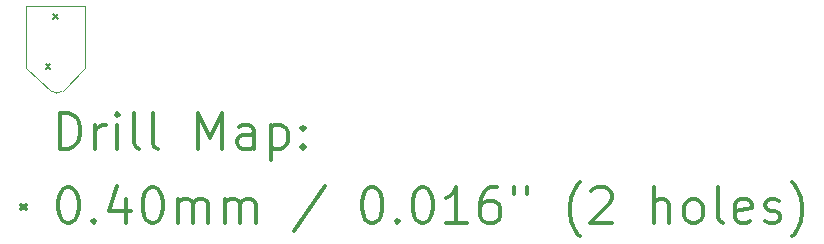
<source format=gbr>
%FSLAX45Y45*%
G04 Gerber Fmt 4.5, Leading zero omitted, Abs format (unit mm)*
G04 Created by KiCad (PCBNEW (5.1.0)-1) date 2019-09-18 17:57:16*
%MOMM*%
%LPD*%
G04 APERTURE LIST*
%ADD10C,0.050000*%
%ADD11C,0.200000*%
%ADD12C,0.300000*%
G04 APERTURE END LIST*
D10*
X14142720Y-10711180D02*
G75*
G02X14043660Y-10711180I-49530J49530D01*
G01*
X13836650Y-10515600D02*
X13836650Y-9994900D01*
X14043660Y-10711180D02*
X13836650Y-10515600D01*
X14331950Y-10515600D02*
X14142720Y-10711180D01*
X14331950Y-9994900D02*
X14331950Y-10515600D01*
X13836650Y-9994900D02*
X14331950Y-9994900D01*
D11*
X13998514Y-10484170D02*
X14038514Y-10524170D01*
X14038514Y-10484170D02*
X13998514Y-10524170D01*
X14060490Y-10062022D02*
X14100490Y-10102022D01*
X14100490Y-10062022D02*
X14060490Y-10102022D01*
D12*
X14120578Y-11199910D02*
X14120578Y-10899910D01*
X14192007Y-10899910D01*
X14234864Y-10914196D01*
X14263436Y-10942767D01*
X14277721Y-10971339D01*
X14292007Y-11028482D01*
X14292007Y-11071339D01*
X14277721Y-11128482D01*
X14263436Y-11157053D01*
X14234864Y-11185624D01*
X14192007Y-11199910D01*
X14120578Y-11199910D01*
X14420578Y-11199910D02*
X14420578Y-10999910D01*
X14420578Y-11057053D02*
X14434864Y-11028482D01*
X14449150Y-11014196D01*
X14477721Y-10999910D01*
X14506293Y-10999910D01*
X14606293Y-11199910D02*
X14606293Y-10999910D01*
X14606293Y-10899910D02*
X14592007Y-10914196D01*
X14606293Y-10928482D01*
X14620578Y-10914196D01*
X14606293Y-10899910D01*
X14606293Y-10928482D01*
X14792007Y-11199910D02*
X14763436Y-11185624D01*
X14749150Y-11157053D01*
X14749150Y-10899910D01*
X14949150Y-11199910D02*
X14920578Y-11185624D01*
X14906293Y-11157053D01*
X14906293Y-10899910D01*
X15292007Y-11199910D02*
X15292007Y-10899910D01*
X15392007Y-11114196D01*
X15492007Y-10899910D01*
X15492007Y-11199910D01*
X15763436Y-11199910D02*
X15763436Y-11042767D01*
X15749150Y-11014196D01*
X15720578Y-10999910D01*
X15663436Y-10999910D01*
X15634864Y-11014196D01*
X15763436Y-11185624D02*
X15734864Y-11199910D01*
X15663436Y-11199910D01*
X15634864Y-11185624D01*
X15620578Y-11157053D01*
X15620578Y-11128482D01*
X15634864Y-11099910D01*
X15663436Y-11085625D01*
X15734864Y-11085625D01*
X15763436Y-11071339D01*
X15906293Y-10999910D02*
X15906293Y-11299910D01*
X15906293Y-11014196D02*
X15934864Y-10999910D01*
X15992007Y-10999910D01*
X16020578Y-11014196D01*
X16034864Y-11028482D01*
X16049150Y-11057053D01*
X16049150Y-11142767D01*
X16034864Y-11171339D01*
X16020578Y-11185624D01*
X15992007Y-11199910D01*
X15934864Y-11199910D01*
X15906293Y-11185624D01*
X16177721Y-11171339D02*
X16192007Y-11185624D01*
X16177721Y-11199910D01*
X16163436Y-11185624D01*
X16177721Y-11171339D01*
X16177721Y-11199910D01*
X16177721Y-11014196D02*
X16192007Y-11028482D01*
X16177721Y-11042767D01*
X16163436Y-11028482D01*
X16177721Y-11014196D01*
X16177721Y-11042767D01*
X13794150Y-11674196D02*
X13834150Y-11714196D01*
X13834150Y-11674196D02*
X13794150Y-11714196D01*
X14177721Y-11529910D02*
X14206293Y-11529910D01*
X14234864Y-11544196D01*
X14249150Y-11558482D01*
X14263436Y-11587053D01*
X14277721Y-11644196D01*
X14277721Y-11715624D01*
X14263436Y-11772767D01*
X14249150Y-11801339D01*
X14234864Y-11815624D01*
X14206293Y-11829910D01*
X14177721Y-11829910D01*
X14149150Y-11815624D01*
X14134864Y-11801339D01*
X14120578Y-11772767D01*
X14106293Y-11715624D01*
X14106293Y-11644196D01*
X14120578Y-11587053D01*
X14134864Y-11558482D01*
X14149150Y-11544196D01*
X14177721Y-11529910D01*
X14406293Y-11801339D02*
X14420578Y-11815624D01*
X14406293Y-11829910D01*
X14392007Y-11815624D01*
X14406293Y-11801339D01*
X14406293Y-11829910D01*
X14677721Y-11629910D02*
X14677721Y-11829910D01*
X14606293Y-11515624D02*
X14534864Y-11729910D01*
X14720578Y-11729910D01*
X14892007Y-11529910D02*
X14920578Y-11529910D01*
X14949150Y-11544196D01*
X14963436Y-11558482D01*
X14977721Y-11587053D01*
X14992007Y-11644196D01*
X14992007Y-11715624D01*
X14977721Y-11772767D01*
X14963436Y-11801339D01*
X14949150Y-11815624D01*
X14920578Y-11829910D01*
X14892007Y-11829910D01*
X14863436Y-11815624D01*
X14849150Y-11801339D01*
X14834864Y-11772767D01*
X14820578Y-11715624D01*
X14820578Y-11644196D01*
X14834864Y-11587053D01*
X14849150Y-11558482D01*
X14863436Y-11544196D01*
X14892007Y-11529910D01*
X15120578Y-11829910D02*
X15120578Y-11629910D01*
X15120578Y-11658482D02*
X15134864Y-11644196D01*
X15163436Y-11629910D01*
X15206293Y-11629910D01*
X15234864Y-11644196D01*
X15249150Y-11672767D01*
X15249150Y-11829910D01*
X15249150Y-11672767D02*
X15263436Y-11644196D01*
X15292007Y-11629910D01*
X15334864Y-11629910D01*
X15363436Y-11644196D01*
X15377721Y-11672767D01*
X15377721Y-11829910D01*
X15520578Y-11829910D02*
X15520578Y-11629910D01*
X15520578Y-11658482D02*
X15534864Y-11644196D01*
X15563436Y-11629910D01*
X15606293Y-11629910D01*
X15634864Y-11644196D01*
X15649150Y-11672767D01*
X15649150Y-11829910D01*
X15649150Y-11672767D02*
X15663436Y-11644196D01*
X15692007Y-11629910D01*
X15734864Y-11629910D01*
X15763436Y-11644196D01*
X15777721Y-11672767D01*
X15777721Y-11829910D01*
X16363436Y-11515624D02*
X16106293Y-11901339D01*
X16749150Y-11529910D02*
X16777721Y-11529910D01*
X16806293Y-11544196D01*
X16820578Y-11558482D01*
X16834864Y-11587053D01*
X16849150Y-11644196D01*
X16849150Y-11715624D01*
X16834864Y-11772767D01*
X16820578Y-11801339D01*
X16806293Y-11815624D01*
X16777721Y-11829910D01*
X16749150Y-11829910D01*
X16720578Y-11815624D01*
X16706293Y-11801339D01*
X16692007Y-11772767D01*
X16677721Y-11715624D01*
X16677721Y-11644196D01*
X16692007Y-11587053D01*
X16706293Y-11558482D01*
X16720578Y-11544196D01*
X16749150Y-11529910D01*
X16977721Y-11801339D02*
X16992007Y-11815624D01*
X16977721Y-11829910D01*
X16963436Y-11815624D01*
X16977721Y-11801339D01*
X16977721Y-11829910D01*
X17177721Y-11529910D02*
X17206293Y-11529910D01*
X17234864Y-11544196D01*
X17249150Y-11558482D01*
X17263436Y-11587053D01*
X17277721Y-11644196D01*
X17277721Y-11715624D01*
X17263436Y-11772767D01*
X17249150Y-11801339D01*
X17234864Y-11815624D01*
X17206293Y-11829910D01*
X17177721Y-11829910D01*
X17149150Y-11815624D01*
X17134864Y-11801339D01*
X17120578Y-11772767D01*
X17106293Y-11715624D01*
X17106293Y-11644196D01*
X17120578Y-11587053D01*
X17134864Y-11558482D01*
X17149150Y-11544196D01*
X17177721Y-11529910D01*
X17563436Y-11829910D02*
X17392007Y-11829910D01*
X17477721Y-11829910D02*
X17477721Y-11529910D01*
X17449150Y-11572767D01*
X17420578Y-11601339D01*
X17392007Y-11615624D01*
X17820578Y-11529910D02*
X17763436Y-11529910D01*
X17734864Y-11544196D01*
X17720578Y-11558482D01*
X17692007Y-11601339D01*
X17677721Y-11658482D01*
X17677721Y-11772767D01*
X17692007Y-11801339D01*
X17706293Y-11815624D01*
X17734864Y-11829910D01*
X17792007Y-11829910D01*
X17820578Y-11815624D01*
X17834864Y-11801339D01*
X17849150Y-11772767D01*
X17849150Y-11701339D01*
X17834864Y-11672767D01*
X17820578Y-11658482D01*
X17792007Y-11644196D01*
X17734864Y-11644196D01*
X17706293Y-11658482D01*
X17692007Y-11672767D01*
X17677721Y-11701339D01*
X17963436Y-11529910D02*
X17963436Y-11587053D01*
X18077721Y-11529910D02*
X18077721Y-11587053D01*
X18520578Y-11944196D02*
X18506293Y-11929910D01*
X18477721Y-11887053D01*
X18463436Y-11858482D01*
X18449150Y-11815624D01*
X18434864Y-11744196D01*
X18434864Y-11687053D01*
X18449150Y-11615624D01*
X18463436Y-11572767D01*
X18477721Y-11544196D01*
X18506293Y-11501339D01*
X18520578Y-11487053D01*
X18620578Y-11558482D02*
X18634864Y-11544196D01*
X18663436Y-11529910D01*
X18734864Y-11529910D01*
X18763436Y-11544196D01*
X18777721Y-11558482D01*
X18792007Y-11587053D01*
X18792007Y-11615624D01*
X18777721Y-11658482D01*
X18606293Y-11829910D01*
X18792007Y-11829910D01*
X19149150Y-11829910D02*
X19149150Y-11529910D01*
X19277721Y-11829910D02*
X19277721Y-11672767D01*
X19263436Y-11644196D01*
X19234864Y-11629910D01*
X19192007Y-11629910D01*
X19163436Y-11644196D01*
X19149150Y-11658482D01*
X19463436Y-11829910D02*
X19434864Y-11815624D01*
X19420578Y-11801339D01*
X19406293Y-11772767D01*
X19406293Y-11687053D01*
X19420578Y-11658482D01*
X19434864Y-11644196D01*
X19463436Y-11629910D01*
X19506293Y-11629910D01*
X19534864Y-11644196D01*
X19549150Y-11658482D01*
X19563436Y-11687053D01*
X19563436Y-11772767D01*
X19549150Y-11801339D01*
X19534864Y-11815624D01*
X19506293Y-11829910D01*
X19463436Y-11829910D01*
X19734864Y-11829910D02*
X19706293Y-11815624D01*
X19692007Y-11787053D01*
X19692007Y-11529910D01*
X19963436Y-11815624D02*
X19934864Y-11829910D01*
X19877721Y-11829910D01*
X19849150Y-11815624D01*
X19834864Y-11787053D01*
X19834864Y-11672767D01*
X19849150Y-11644196D01*
X19877721Y-11629910D01*
X19934864Y-11629910D01*
X19963436Y-11644196D01*
X19977721Y-11672767D01*
X19977721Y-11701339D01*
X19834864Y-11729910D01*
X20092007Y-11815624D02*
X20120578Y-11829910D01*
X20177721Y-11829910D01*
X20206293Y-11815624D01*
X20220578Y-11787053D01*
X20220578Y-11772767D01*
X20206293Y-11744196D01*
X20177721Y-11729910D01*
X20134864Y-11729910D01*
X20106293Y-11715624D01*
X20092007Y-11687053D01*
X20092007Y-11672767D01*
X20106293Y-11644196D01*
X20134864Y-11629910D01*
X20177721Y-11629910D01*
X20206293Y-11644196D01*
X20320578Y-11944196D02*
X20334864Y-11929910D01*
X20363436Y-11887053D01*
X20377721Y-11858482D01*
X20392007Y-11815624D01*
X20406293Y-11744196D01*
X20406293Y-11687053D01*
X20392007Y-11615624D01*
X20377721Y-11572767D01*
X20363436Y-11544196D01*
X20334864Y-11501339D01*
X20320578Y-11487053D01*
M02*

</source>
